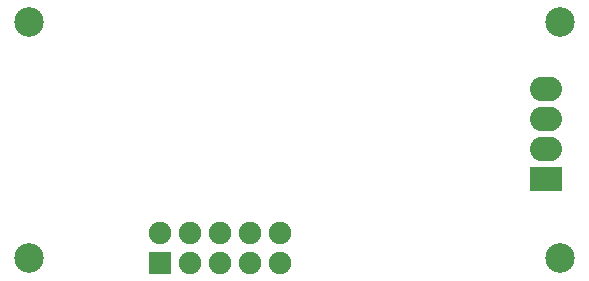
<source format=gbs>
G04 DipTrace 2.4.0.2*
%INBottomMask.gbr*%
%MOIN*%
%ADD47C,0.0984*%
%ADD70C,0.0748*%
%ADD72R,0.0748X0.0748*%
%ADD74O,0.1063X0.0827*%
%ADD76R,0.1063X0.0827*%
%FSLAX44Y44*%
G04*
G70*
G90*
G75*
G01*
%LNBotMask*%
%LPD*%
D47*
X4921Y12795D3*
Y4921D3*
X22638D3*
Y12795D3*
D76*
X22169Y7555D3*
D74*
Y8555D3*
Y9555D3*
Y10555D3*
D72*
X9296Y4750D3*
D70*
Y5750D3*
X10296Y4750D3*
Y5750D3*
X11296Y4750D3*
Y5750D3*
X12296Y4750D3*
Y5750D3*
X13296Y4750D3*
Y5750D3*
M02*

</source>
